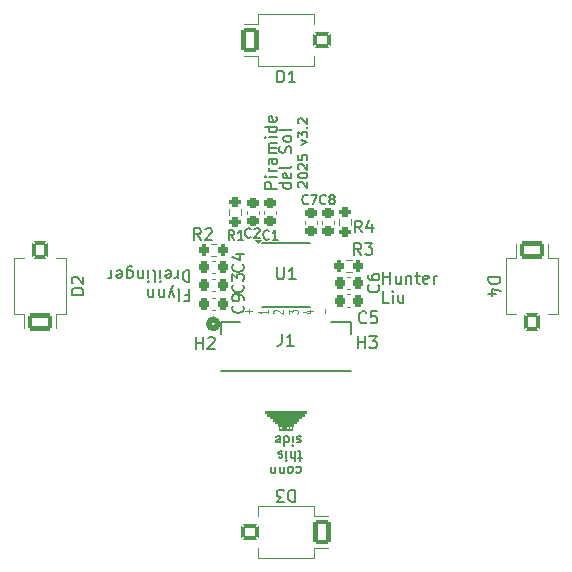
<source format=gbr>
%TF.GenerationSoftware,KiCad,Pcbnew,9.0.1*%
%TF.CreationDate,2025-04-07T22:57:10-07:00*%
%TF.ProjectId,Piramide_Del_Sol,50697261-6d69-4646-955f-44656c5f536f,3.2*%
%TF.SameCoordinates,Original*%
%TF.FileFunction,Legend,Top*%
%TF.FilePolarity,Positive*%
%FSLAX46Y46*%
G04 Gerber Fmt 4.6, Leading zero omitted, Abs format (unit mm)*
G04 Created by KiCad (PCBNEW 9.0.1) date 2025-04-07 22:57:10*
%MOMM*%
%LPD*%
G01*
G04 APERTURE LIST*
G04 Aperture macros list*
%AMRoundRect*
0 Rectangle with rounded corners*
0 $1 Rounding radius*
0 $2 $3 $4 $5 $6 $7 $8 $9 X,Y pos of 4 corners*
0 Add a 4 corners polygon primitive as box body*
4,1,4,$2,$3,$4,$5,$6,$7,$8,$9,$2,$3,0*
0 Add four circle primitives for the rounded corners*
1,1,$1+$1,$2,$3*
1,1,$1+$1,$4,$5*
1,1,$1+$1,$6,$7*
1,1,$1+$1,$8,$9*
0 Add four rect primitives between the rounded corners*
20,1,$1+$1,$2,$3,$4,$5,0*
20,1,$1+$1,$4,$5,$6,$7,0*
20,1,$1+$1,$6,$7,$8,$9,0*
20,1,$1+$1,$8,$9,$2,$3,0*%
G04 Aperture macros list end*
%ADD10C,0.150000*%
%ADD11C,0.125000*%
%ADD12C,0.120000*%
%ADD13C,0.000000*%
%ADD14C,0.152400*%
%ADD15C,0.508000*%
%ADD16RoundRect,0.187500X0.862500X-0.562500X0.862500X0.562500X-0.862500X0.562500X-0.862500X-0.562500X0*%
%ADD17RoundRect,0.162500X0.487500X-0.587500X0.487500X0.587500X-0.487500X0.587500X-0.487500X-0.587500X0*%
%ADD18RoundRect,0.175000X0.825000X-0.525000X0.825000X0.525000X-0.825000X0.525000X-0.825000X-0.525000X0*%
%ADD19RoundRect,0.150000X0.450000X-0.550000X0.450000X0.550000X-0.450000X0.550000X-0.450000X-0.550000X0*%
%ADD20RoundRect,0.187500X0.562500X0.862500X-0.562500X0.862500X-0.562500X-0.862500X0.562500X-0.862500X0*%
%ADD21RoundRect,0.162500X0.587500X0.487500X-0.587500X0.487500X-0.587500X-0.487500X0.587500X-0.487500X0*%
%ADD22RoundRect,0.175000X0.525000X0.825000X-0.525000X0.825000X-0.525000X-0.825000X0.525000X-0.825000X0*%
%ADD23RoundRect,0.150000X0.550000X0.450000X-0.550000X0.450000X-0.550000X-0.450000X0.550000X-0.450000X0*%
%ADD24RoundRect,0.225000X0.225000X0.250000X-0.225000X0.250000X-0.225000X-0.250000X0.225000X-0.250000X0*%
%ADD25RoundRect,0.225000X-0.250000X0.225000X-0.250000X-0.225000X0.250000X-0.225000X0.250000X0.225000X0*%
%ADD26RoundRect,0.187500X-0.862500X0.562500X-0.862500X-0.562500X0.862500X-0.562500X0.862500X0.562500X0*%
%ADD27RoundRect,0.162500X-0.487500X0.587500X-0.487500X-0.587500X0.487500X-0.587500X0.487500X0.587500X0*%
%ADD28RoundRect,0.175000X-0.825000X0.525000X-0.825000X-0.525000X0.825000X-0.525000X0.825000X0.525000X0*%
%ADD29RoundRect,0.150000X-0.450000X0.550000X-0.450000X-0.550000X0.450000X-0.550000X0.450000X0.550000X0*%
%ADD30RoundRect,0.200000X-0.200000X-0.275000X0.200000X-0.275000X0.200000X0.275000X-0.200000X0.275000X0*%
%ADD31RoundRect,0.225000X-0.225000X-0.250000X0.225000X-0.250000X0.225000X0.250000X-0.225000X0.250000X0*%
%ADD32RoundRect,0.200000X-0.275000X0.200000X-0.275000X-0.200000X0.275000X-0.200000X0.275000X0.200000X0*%
%ADD33R,0.838200X1.295400*%
%ADD34R,1.397000X2.260600*%
%ADD35RoundRect,0.200000X0.200000X0.275000X-0.200000X0.275000X-0.200000X-0.275000X0.200000X-0.275000X0*%
%ADD36C,2.200000*%
%ADD37R,1.200000X0.400000*%
%ADD38RoundRect,0.187500X-0.562500X-0.862500X0.562500X-0.862500X0.562500X0.862500X-0.562500X0.862500X0*%
%ADD39RoundRect,0.162500X-0.587500X-0.487500X0.587500X-0.487500X0.587500X0.487500X-0.587500X0.487500X0*%
%ADD40RoundRect,0.175000X-0.525000X-0.825000X0.525000X-0.825000X0.525000X0.825000X-0.525000X0.825000X0*%
%ADD41RoundRect,0.150000X-0.550000X-0.450000X0.550000X-0.450000X0.550000X0.450000X-0.550000X0.450000X0*%
G04 APERTURE END LIST*
D10*
X146226779Y-97789875D02*
X146226779Y-96789875D01*
X146226779Y-97266065D02*
X146798207Y-97266065D01*
X146798207Y-97789875D02*
X146798207Y-96789875D01*
X147702969Y-97123208D02*
X147702969Y-97789875D01*
X147274398Y-97123208D02*
X147274398Y-97647017D01*
X147274398Y-97647017D02*
X147322017Y-97742256D01*
X147322017Y-97742256D02*
X147417255Y-97789875D01*
X147417255Y-97789875D02*
X147560112Y-97789875D01*
X147560112Y-97789875D02*
X147655350Y-97742256D01*
X147655350Y-97742256D02*
X147702969Y-97694636D01*
X148179160Y-97123208D02*
X148179160Y-97789875D01*
X148179160Y-97218446D02*
X148226779Y-97170827D01*
X148226779Y-97170827D02*
X148322017Y-97123208D01*
X148322017Y-97123208D02*
X148464874Y-97123208D01*
X148464874Y-97123208D02*
X148560112Y-97170827D01*
X148560112Y-97170827D02*
X148607731Y-97266065D01*
X148607731Y-97266065D02*
X148607731Y-97789875D01*
X148941065Y-97123208D02*
X149322017Y-97123208D01*
X149083922Y-96789875D02*
X149083922Y-97647017D01*
X149083922Y-97647017D02*
X149131541Y-97742256D01*
X149131541Y-97742256D02*
X149226779Y-97789875D01*
X149226779Y-97789875D02*
X149322017Y-97789875D01*
X150036303Y-97742256D02*
X149941065Y-97789875D01*
X149941065Y-97789875D02*
X149750589Y-97789875D01*
X149750589Y-97789875D02*
X149655351Y-97742256D01*
X149655351Y-97742256D02*
X149607732Y-97647017D01*
X149607732Y-97647017D02*
X149607732Y-97266065D01*
X149607732Y-97266065D02*
X149655351Y-97170827D01*
X149655351Y-97170827D02*
X149750589Y-97123208D01*
X149750589Y-97123208D02*
X149941065Y-97123208D01*
X149941065Y-97123208D02*
X150036303Y-97170827D01*
X150036303Y-97170827D02*
X150083922Y-97266065D01*
X150083922Y-97266065D02*
X150083922Y-97361303D01*
X150083922Y-97361303D02*
X149607732Y-97456541D01*
X150512494Y-97789875D02*
X150512494Y-97123208D01*
X150512494Y-97313684D02*
X150560113Y-97218446D01*
X150560113Y-97218446D02*
X150607732Y-97170827D01*
X150607732Y-97170827D02*
X150702970Y-97123208D01*
X150702970Y-97123208D02*
X150798208Y-97123208D01*
X146702969Y-99399819D02*
X146226779Y-99399819D01*
X146226779Y-99399819D02*
X146226779Y-98399819D01*
X147036303Y-99399819D02*
X147036303Y-98733152D01*
X147036303Y-98399819D02*
X146988684Y-98447438D01*
X146988684Y-98447438D02*
X147036303Y-98495057D01*
X147036303Y-98495057D02*
X147083922Y-98447438D01*
X147083922Y-98447438D02*
X147036303Y-98399819D01*
X147036303Y-98399819D02*
X147036303Y-98495057D01*
X147941064Y-98733152D02*
X147941064Y-99399819D01*
X147512493Y-98733152D02*
X147512493Y-99256961D01*
X147512493Y-99256961D02*
X147560112Y-99352200D01*
X147560112Y-99352200D02*
X147655350Y-99399819D01*
X147655350Y-99399819D02*
X147798207Y-99399819D01*
X147798207Y-99399819D02*
X147893445Y-99352200D01*
X147893445Y-99352200D02*
X147941064Y-99304580D01*
X138867982Y-113319710D02*
X138944173Y-113281614D01*
X138944173Y-113281614D02*
X139096554Y-113281614D01*
X139096554Y-113281614D02*
X139172744Y-113319710D01*
X139172744Y-113319710D02*
X139210839Y-113357805D01*
X139210839Y-113357805D02*
X139248935Y-113433995D01*
X139248935Y-113433995D02*
X139248935Y-113662567D01*
X139248935Y-113662567D02*
X139210839Y-113738757D01*
X139210839Y-113738757D02*
X139172744Y-113776852D01*
X139172744Y-113776852D02*
X139096554Y-113814948D01*
X139096554Y-113814948D02*
X138944173Y-113814948D01*
X138944173Y-113814948D02*
X138867982Y-113776852D01*
X138410840Y-113281614D02*
X138487030Y-113319710D01*
X138487030Y-113319710D02*
X138525125Y-113357805D01*
X138525125Y-113357805D02*
X138563221Y-113433995D01*
X138563221Y-113433995D02*
X138563221Y-113662567D01*
X138563221Y-113662567D02*
X138525125Y-113738757D01*
X138525125Y-113738757D02*
X138487030Y-113776852D01*
X138487030Y-113776852D02*
X138410840Y-113814948D01*
X138410840Y-113814948D02*
X138296554Y-113814948D01*
X138296554Y-113814948D02*
X138220363Y-113776852D01*
X138220363Y-113776852D02*
X138182268Y-113738757D01*
X138182268Y-113738757D02*
X138144173Y-113662567D01*
X138144173Y-113662567D02*
X138144173Y-113433995D01*
X138144173Y-113433995D02*
X138182268Y-113357805D01*
X138182268Y-113357805D02*
X138220363Y-113319710D01*
X138220363Y-113319710D02*
X138296554Y-113281614D01*
X138296554Y-113281614D02*
X138410840Y-113281614D01*
X137801315Y-113814948D02*
X137801315Y-113281614D01*
X137801315Y-113738757D02*
X137763220Y-113776852D01*
X137763220Y-113776852D02*
X137687030Y-113814948D01*
X137687030Y-113814948D02*
X137572744Y-113814948D01*
X137572744Y-113814948D02*
X137496553Y-113776852D01*
X137496553Y-113776852D02*
X137458458Y-113700662D01*
X137458458Y-113700662D02*
X137458458Y-113281614D01*
X137077505Y-113814948D02*
X137077505Y-113281614D01*
X137077505Y-113738757D02*
X137039410Y-113776852D01*
X137039410Y-113776852D02*
X136963220Y-113814948D01*
X136963220Y-113814948D02*
X136848934Y-113814948D01*
X136848934Y-113814948D02*
X136772743Y-113776852D01*
X136772743Y-113776852D02*
X136734648Y-113700662D01*
X136734648Y-113700662D02*
X136734648Y-113281614D01*
X139325125Y-112526993D02*
X139020363Y-112526993D01*
X139210839Y-112793659D02*
X139210839Y-112107945D01*
X139210839Y-112107945D02*
X139172744Y-112031755D01*
X139172744Y-112031755D02*
X139096554Y-111993659D01*
X139096554Y-111993659D02*
X139020363Y-111993659D01*
X138753696Y-111993659D02*
X138753696Y-112793659D01*
X138410839Y-111993659D02*
X138410839Y-112412707D01*
X138410839Y-112412707D02*
X138448934Y-112488897D01*
X138448934Y-112488897D02*
X138525125Y-112526993D01*
X138525125Y-112526993D02*
X138639411Y-112526993D01*
X138639411Y-112526993D02*
X138715601Y-112488897D01*
X138715601Y-112488897D02*
X138753696Y-112450802D01*
X138029886Y-111993659D02*
X138029886Y-112526993D01*
X138029886Y-112793659D02*
X138067982Y-112755564D01*
X138067982Y-112755564D02*
X138029886Y-112717469D01*
X138029886Y-112717469D02*
X137991791Y-112755564D01*
X137991791Y-112755564D02*
X138029886Y-112793659D01*
X138029886Y-112793659D02*
X138029886Y-112717469D01*
X137687030Y-112031755D02*
X137610839Y-111993659D01*
X137610839Y-111993659D02*
X137458458Y-111993659D01*
X137458458Y-111993659D02*
X137382268Y-112031755D01*
X137382268Y-112031755D02*
X137344172Y-112107945D01*
X137344172Y-112107945D02*
X137344172Y-112146040D01*
X137344172Y-112146040D02*
X137382268Y-112222231D01*
X137382268Y-112222231D02*
X137458458Y-112260326D01*
X137458458Y-112260326D02*
X137572744Y-112260326D01*
X137572744Y-112260326D02*
X137648934Y-112298421D01*
X137648934Y-112298421D02*
X137687030Y-112374612D01*
X137687030Y-112374612D02*
X137687030Y-112412707D01*
X137687030Y-112412707D02*
X137648934Y-112488897D01*
X137648934Y-112488897D02*
X137572744Y-112526993D01*
X137572744Y-112526993D02*
X137458458Y-112526993D01*
X137458458Y-112526993D02*
X137382268Y-112488897D01*
X139248935Y-110743800D02*
X139172744Y-110705704D01*
X139172744Y-110705704D02*
X139020363Y-110705704D01*
X139020363Y-110705704D02*
X138944173Y-110743800D01*
X138944173Y-110743800D02*
X138906077Y-110819990D01*
X138906077Y-110819990D02*
X138906077Y-110858085D01*
X138906077Y-110858085D02*
X138944173Y-110934276D01*
X138944173Y-110934276D02*
X139020363Y-110972371D01*
X139020363Y-110972371D02*
X139134649Y-110972371D01*
X139134649Y-110972371D02*
X139210839Y-111010466D01*
X139210839Y-111010466D02*
X139248935Y-111086657D01*
X139248935Y-111086657D02*
X139248935Y-111124752D01*
X139248935Y-111124752D02*
X139210839Y-111200942D01*
X139210839Y-111200942D02*
X139134649Y-111239038D01*
X139134649Y-111239038D02*
X139020363Y-111239038D01*
X139020363Y-111239038D02*
X138944173Y-111200942D01*
X138563220Y-110705704D02*
X138563220Y-111239038D01*
X138563220Y-111505704D02*
X138601316Y-111467609D01*
X138601316Y-111467609D02*
X138563220Y-111429514D01*
X138563220Y-111429514D02*
X138525125Y-111467609D01*
X138525125Y-111467609D02*
X138563220Y-111505704D01*
X138563220Y-111505704D02*
X138563220Y-111429514D01*
X137839411Y-110705704D02*
X137839411Y-111505704D01*
X137839411Y-110743800D02*
X137915602Y-110705704D01*
X137915602Y-110705704D02*
X138067983Y-110705704D01*
X138067983Y-110705704D02*
X138144173Y-110743800D01*
X138144173Y-110743800D02*
X138182268Y-110781895D01*
X138182268Y-110781895D02*
X138220364Y-110858085D01*
X138220364Y-110858085D02*
X138220364Y-111086657D01*
X138220364Y-111086657D02*
X138182268Y-111162847D01*
X138182268Y-111162847D02*
X138144173Y-111200942D01*
X138144173Y-111200942D02*
X138067983Y-111239038D01*
X138067983Y-111239038D02*
X137915602Y-111239038D01*
X137915602Y-111239038D02*
X137839411Y-111200942D01*
X137153696Y-110743800D02*
X137229887Y-110705704D01*
X137229887Y-110705704D02*
X137382268Y-110705704D01*
X137382268Y-110705704D02*
X137458458Y-110743800D01*
X137458458Y-110743800D02*
X137496554Y-110819990D01*
X137496554Y-110819990D02*
X137496554Y-111124752D01*
X137496554Y-111124752D02*
X137458458Y-111200942D01*
X137458458Y-111200942D02*
X137382268Y-111239038D01*
X137382268Y-111239038D02*
X137229887Y-111239038D01*
X137229887Y-111239038D02*
X137153696Y-111200942D01*
X137153696Y-111200942D02*
X137115601Y-111124752D01*
X137115601Y-111124752D02*
X137115601Y-111048561D01*
X137115601Y-111048561D02*
X137496554Y-110972371D01*
X138449819Y-89304649D02*
X137449819Y-89304649D01*
X138402200Y-89304649D02*
X138449819Y-89399887D01*
X138449819Y-89399887D02*
X138449819Y-89590363D01*
X138449819Y-89590363D02*
X138402200Y-89685601D01*
X138402200Y-89685601D02*
X138354580Y-89733220D01*
X138354580Y-89733220D02*
X138259342Y-89780839D01*
X138259342Y-89780839D02*
X137973628Y-89780839D01*
X137973628Y-89780839D02*
X137878390Y-89733220D01*
X137878390Y-89733220D02*
X137830771Y-89685601D01*
X137830771Y-89685601D02*
X137783152Y-89590363D01*
X137783152Y-89590363D02*
X137783152Y-89399887D01*
X137783152Y-89399887D02*
X137830771Y-89304649D01*
X138402200Y-88447506D02*
X138449819Y-88542744D01*
X138449819Y-88542744D02*
X138449819Y-88733220D01*
X138449819Y-88733220D02*
X138402200Y-88828458D01*
X138402200Y-88828458D02*
X138306961Y-88876077D01*
X138306961Y-88876077D02*
X137926009Y-88876077D01*
X137926009Y-88876077D02*
X137830771Y-88828458D01*
X137830771Y-88828458D02*
X137783152Y-88733220D01*
X137783152Y-88733220D02*
X137783152Y-88542744D01*
X137783152Y-88542744D02*
X137830771Y-88447506D01*
X137830771Y-88447506D02*
X137926009Y-88399887D01*
X137926009Y-88399887D02*
X138021247Y-88399887D01*
X138021247Y-88399887D02*
X138116485Y-88876077D01*
X138449819Y-87828458D02*
X138402200Y-87923696D01*
X138402200Y-87923696D02*
X138306961Y-87971315D01*
X138306961Y-87971315D02*
X137449819Y-87971315D01*
X138402200Y-86733219D02*
X138449819Y-86590362D01*
X138449819Y-86590362D02*
X138449819Y-86352267D01*
X138449819Y-86352267D02*
X138402200Y-86257029D01*
X138402200Y-86257029D02*
X138354580Y-86209410D01*
X138354580Y-86209410D02*
X138259342Y-86161791D01*
X138259342Y-86161791D02*
X138164104Y-86161791D01*
X138164104Y-86161791D02*
X138068866Y-86209410D01*
X138068866Y-86209410D02*
X138021247Y-86257029D01*
X138021247Y-86257029D02*
X137973628Y-86352267D01*
X137973628Y-86352267D02*
X137926009Y-86542743D01*
X137926009Y-86542743D02*
X137878390Y-86637981D01*
X137878390Y-86637981D02*
X137830771Y-86685600D01*
X137830771Y-86685600D02*
X137735533Y-86733219D01*
X137735533Y-86733219D02*
X137640295Y-86733219D01*
X137640295Y-86733219D02*
X137545057Y-86685600D01*
X137545057Y-86685600D02*
X137497438Y-86637981D01*
X137497438Y-86637981D02*
X137449819Y-86542743D01*
X137449819Y-86542743D02*
X137449819Y-86304648D01*
X137449819Y-86304648D02*
X137497438Y-86161791D01*
X138449819Y-85590362D02*
X138402200Y-85685600D01*
X138402200Y-85685600D02*
X138354580Y-85733219D01*
X138354580Y-85733219D02*
X138259342Y-85780838D01*
X138259342Y-85780838D02*
X137973628Y-85780838D01*
X137973628Y-85780838D02*
X137878390Y-85733219D01*
X137878390Y-85733219D02*
X137830771Y-85685600D01*
X137830771Y-85685600D02*
X137783152Y-85590362D01*
X137783152Y-85590362D02*
X137783152Y-85447505D01*
X137783152Y-85447505D02*
X137830771Y-85352267D01*
X137830771Y-85352267D02*
X137878390Y-85304648D01*
X137878390Y-85304648D02*
X137973628Y-85257029D01*
X137973628Y-85257029D02*
X138259342Y-85257029D01*
X138259342Y-85257029D02*
X138354580Y-85304648D01*
X138354580Y-85304648D02*
X138402200Y-85352267D01*
X138402200Y-85352267D02*
X138449819Y-85447505D01*
X138449819Y-85447505D02*
X138449819Y-85590362D01*
X138449819Y-84685600D02*
X138402200Y-84780838D01*
X138402200Y-84780838D02*
X138306961Y-84828457D01*
X138306961Y-84828457D02*
X137449819Y-84828457D01*
D11*
X134851058Y-100298716D02*
X134851058Y-99917764D01*
X135155820Y-100108240D02*
X134546296Y-100108240D01*
X136443775Y-100036811D02*
X136443775Y-100322525D01*
X136443775Y-100179668D02*
X135643775Y-100179668D01*
X135643775Y-100179668D02*
X135758060Y-100227287D01*
X135758060Y-100227287D02*
X135834251Y-100274906D01*
X135834251Y-100274906D02*
X135872346Y-100322525D01*
X137007920Y-100322525D02*
X136969825Y-100298716D01*
X136969825Y-100298716D02*
X136931730Y-100251097D01*
X136931730Y-100251097D02*
X136931730Y-100132049D01*
X136931730Y-100132049D02*
X136969825Y-100084430D01*
X136969825Y-100084430D02*
X137007920Y-100060621D01*
X137007920Y-100060621D02*
X137084111Y-100036811D01*
X137084111Y-100036811D02*
X137160301Y-100036811D01*
X137160301Y-100036811D02*
X137274587Y-100060621D01*
X137274587Y-100060621D02*
X137731730Y-100346335D01*
X137731730Y-100346335D02*
X137731730Y-100036811D01*
X138219685Y-100346335D02*
X138219685Y-100036811D01*
X138219685Y-100036811D02*
X138524447Y-100203478D01*
X138524447Y-100203478D02*
X138524447Y-100132049D01*
X138524447Y-100132049D02*
X138562542Y-100084430D01*
X138562542Y-100084430D02*
X138600637Y-100060621D01*
X138600637Y-100060621D02*
X138676828Y-100036811D01*
X138676828Y-100036811D02*
X138867304Y-100036811D01*
X138867304Y-100036811D02*
X138943494Y-100060621D01*
X138943494Y-100060621D02*
X138981590Y-100084430D01*
X138981590Y-100084430D02*
X139019685Y-100132049D01*
X139019685Y-100132049D02*
X139019685Y-100274906D01*
X139019685Y-100274906D02*
X138981590Y-100322525D01*
X138981590Y-100322525D02*
X138943494Y-100346335D01*
X139774306Y-100084430D02*
X140307640Y-100084430D01*
X139469545Y-100203478D02*
X140040973Y-100322525D01*
X140040973Y-100322525D02*
X140040973Y-100013002D01*
X141290833Y-100298716D02*
X141290833Y-99917764D01*
D10*
X139090485Y-89648935D02*
X139052390Y-89610839D01*
X139052390Y-89610839D02*
X139014295Y-89534649D01*
X139014295Y-89534649D02*
X139014295Y-89344173D01*
X139014295Y-89344173D02*
X139052390Y-89267982D01*
X139052390Y-89267982D02*
X139090485Y-89229887D01*
X139090485Y-89229887D02*
X139166676Y-89191792D01*
X139166676Y-89191792D02*
X139242866Y-89191792D01*
X139242866Y-89191792D02*
X139357152Y-89229887D01*
X139357152Y-89229887D02*
X139814295Y-89687030D01*
X139814295Y-89687030D02*
X139814295Y-89191792D01*
X139014295Y-88696553D02*
X139014295Y-88620363D01*
X139014295Y-88620363D02*
X139052390Y-88544172D01*
X139052390Y-88544172D02*
X139090485Y-88506077D01*
X139090485Y-88506077D02*
X139166676Y-88467982D01*
X139166676Y-88467982D02*
X139319057Y-88429887D01*
X139319057Y-88429887D02*
X139509533Y-88429887D01*
X139509533Y-88429887D02*
X139661914Y-88467982D01*
X139661914Y-88467982D02*
X139738104Y-88506077D01*
X139738104Y-88506077D02*
X139776200Y-88544172D01*
X139776200Y-88544172D02*
X139814295Y-88620363D01*
X139814295Y-88620363D02*
X139814295Y-88696553D01*
X139814295Y-88696553D02*
X139776200Y-88772744D01*
X139776200Y-88772744D02*
X139738104Y-88810839D01*
X139738104Y-88810839D02*
X139661914Y-88848934D01*
X139661914Y-88848934D02*
X139509533Y-88887030D01*
X139509533Y-88887030D02*
X139319057Y-88887030D01*
X139319057Y-88887030D02*
X139166676Y-88848934D01*
X139166676Y-88848934D02*
X139090485Y-88810839D01*
X139090485Y-88810839D02*
X139052390Y-88772744D01*
X139052390Y-88772744D02*
X139014295Y-88696553D01*
X139090485Y-88125125D02*
X139052390Y-88087029D01*
X139052390Y-88087029D02*
X139014295Y-88010839D01*
X139014295Y-88010839D02*
X139014295Y-87820363D01*
X139014295Y-87820363D02*
X139052390Y-87744172D01*
X139052390Y-87744172D02*
X139090485Y-87706077D01*
X139090485Y-87706077D02*
X139166676Y-87667982D01*
X139166676Y-87667982D02*
X139242866Y-87667982D01*
X139242866Y-87667982D02*
X139357152Y-87706077D01*
X139357152Y-87706077D02*
X139814295Y-88163220D01*
X139814295Y-88163220D02*
X139814295Y-87667982D01*
X139014295Y-86944172D02*
X139014295Y-87325124D01*
X139014295Y-87325124D02*
X139395247Y-87363220D01*
X139395247Y-87363220D02*
X139357152Y-87325124D01*
X139357152Y-87325124D02*
X139319057Y-87248934D01*
X139319057Y-87248934D02*
X139319057Y-87058458D01*
X139319057Y-87058458D02*
X139357152Y-86982267D01*
X139357152Y-86982267D02*
X139395247Y-86944172D01*
X139395247Y-86944172D02*
X139471438Y-86906077D01*
X139471438Y-86906077D02*
X139661914Y-86906077D01*
X139661914Y-86906077D02*
X139738104Y-86944172D01*
X139738104Y-86944172D02*
X139776200Y-86982267D01*
X139776200Y-86982267D02*
X139814295Y-87058458D01*
X139814295Y-87058458D02*
X139814295Y-87248934D01*
X139814295Y-87248934D02*
X139776200Y-87325124D01*
X139776200Y-87325124D02*
X139738104Y-87363220D01*
X139280961Y-86029886D02*
X139814295Y-85839410D01*
X139814295Y-85839410D02*
X139280961Y-85648933D01*
X139014295Y-85420362D02*
X139014295Y-84925124D01*
X139014295Y-84925124D02*
X139319057Y-85191790D01*
X139319057Y-85191790D02*
X139319057Y-85077505D01*
X139319057Y-85077505D02*
X139357152Y-85001314D01*
X139357152Y-85001314D02*
X139395247Y-84963219D01*
X139395247Y-84963219D02*
X139471438Y-84925124D01*
X139471438Y-84925124D02*
X139661914Y-84925124D01*
X139661914Y-84925124D02*
X139738104Y-84963219D01*
X139738104Y-84963219D02*
X139776200Y-85001314D01*
X139776200Y-85001314D02*
X139814295Y-85077505D01*
X139814295Y-85077505D02*
X139814295Y-85306076D01*
X139814295Y-85306076D02*
X139776200Y-85382267D01*
X139776200Y-85382267D02*
X139738104Y-85420362D01*
X139738104Y-84582266D02*
X139776200Y-84544171D01*
X139776200Y-84544171D02*
X139814295Y-84582266D01*
X139814295Y-84582266D02*
X139776200Y-84620362D01*
X139776200Y-84620362D02*
X139738104Y-84582266D01*
X139738104Y-84582266D02*
X139814295Y-84582266D01*
X139090485Y-84239410D02*
X139052390Y-84201314D01*
X139052390Y-84201314D02*
X139014295Y-84125124D01*
X139014295Y-84125124D02*
X139014295Y-83934648D01*
X139014295Y-83934648D02*
X139052390Y-83858457D01*
X139052390Y-83858457D02*
X139090485Y-83820362D01*
X139090485Y-83820362D02*
X139166676Y-83782267D01*
X139166676Y-83782267D02*
X139242866Y-83782267D01*
X139242866Y-83782267D02*
X139357152Y-83820362D01*
X139357152Y-83820362D02*
X139814295Y-84277505D01*
X139814295Y-84277505D02*
X139814295Y-83782267D01*
X137209819Y-89753220D02*
X136209819Y-89753220D01*
X136209819Y-89753220D02*
X136209819Y-89372268D01*
X136209819Y-89372268D02*
X136257438Y-89277030D01*
X136257438Y-89277030D02*
X136305057Y-89229411D01*
X136305057Y-89229411D02*
X136400295Y-89181792D01*
X136400295Y-89181792D02*
X136543152Y-89181792D01*
X136543152Y-89181792D02*
X136638390Y-89229411D01*
X136638390Y-89229411D02*
X136686009Y-89277030D01*
X136686009Y-89277030D02*
X136733628Y-89372268D01*
X136733628Y-89372268D02*
X136733628Y-89753220D01*
X137209819Y-88753220D02*
X136543152Y-88753220D01*
X136209819Y-88753220D02*
X136257438Y-88800839D01*
X136257438Y-88800839D02*
X136305057Y-88753220D01*
X136305057Y-88753220D02*
X136257438Y-88705601D01*
X136257438Y-88705601D02*
X136209819Y-88753220D01*
X136209819Y-88753220D02*
X136305057Y-88753220D01*
X137209819Y-88277030D02*
X136543152Y-88277030D01*
X136733628Y-88277030D02*
X136638390Y-88229411D01*
X136638390Y-88229411D02*
X136590771Y-88181792D01*
X136590771Y-88181792D02*
X136543152Y-88086554D01*
X136543152Y-88086554D02*
X136543152Y-87991316D01*
X137209819Y-87229411D02*
X136686009Y-87229411D01*
X136686009Y-87229411D02*
X136590771Y-87277030D01*
X136590771Y-87277030D02*
X136543152Y-87372268D01*
X136543152Y-87372268D02*
X136543152Y-87562744D01*
X136543152Y-87562744D02*
X136590771Y-87657982D01*
X137162200Y-87229411D02*
X137209819Y-87324649D01*
X137209819Y-87324649D02*
X137209819Y-87562744D01*
X137209819Y-87562744D02*
X137162200Y-87657982D01*
X137162200Y-87657982D02*
X137066961Y-87705601D01*
X137066961Y-87705601D02*
X136971723Y-87705601D01*
X136971723Y-87705601D02*
X136876485Y-87657982D01*
X136876485Y-87657982D02*
X136828866Y-87562744D01*
X136828866Y-87562744D02*
X136828866Y-87324649D01*
X136828866Y-87324649D02*
X136781247Y-87229411D01*
X137209819Y-86753220D02*
X136543152Y-86753220D01*
X136638390Y-86753220D02*
X136590771Y-86705601D01*
X136590771Y-86705601D02*
X136543152Y-86610363D01*
X136543152Y-86610363D02*
X136543152Y-86467506D01*
X136543152Y-86467506D02*
X136590771Y-86372268D01*
X136590771Y-86372268D02*
X136686009Y-86324649D01*
X136686009Y-86324649D02*
X137209819Y-86324649D01*
X136686009Y-86324649D02*
X136590771Y-86277030D01*
X136590771Y-86277030D02*
X136543152Y-86181792D01*
X136543152Y-86181792D02*
X136543152Y-86038935D01*
X136543152Y-86038935D02*
X136590771Y-85943696D01*
X136590771Y-85943696D02*
X136686009Y-85896077D01*
X136686009Y-85896077D02*
X137209819Y-85896077D01*
X137209819Y-85419887D02*
X136543152Y-85419887D01*
X136209819Y-85419887D02*
X136257438Y-85467506D01*
X136257438Y-85467506D02*
X136305057Y-85419887D01*
X136305057Y-85419887D02*
X136257438Y-85372268D01*
X136257438Y-85372268D02*
X136209819Y-85419887D01*
X136209819Y-85419887D02*
X136305057Y-85419887D01*
X137209819Y-84515126D02*
X136209819Y-84515126D01*
X137162200Y-84515126D02*
X137209819Y-84610364D01*
X137209819Y-84610364D02*
X137209819Y-84800840D01*
X137209819Y-84800840D02*
X137162200Y-84896078D01*
X137162200Y-84896078D02*
X137114580Y-84943697D01*
X137114580Y-84943697D02*
X137019342Y-84991316D01*
X137019342Y-84991316D02*
X136733628Y-84991316D01*
X136733628Y-84991316D02*
X136638390Y-84943697D01*
X136638390Y-84943697D02*
X136590771Y-84896078D01*
X136590771Y-84896078D02*
X136543152Y-84800840D01*
X136543152Y-84800840D02*
X136543152Y-84610364D01*
X136543152Y-84610364D02*
X136590771Y-84515126D01*
X137162200Y-83657983D02*
X137209819Y-83753221D01*
X137209819Y-83753221D02*
X137209819Y-83943697D01*
X137209819Y-83943697D02*
X137162200Y-84038935D01*
X137162200Y-84038935D02*
X137066961Y-84086554D01*
X137066961Y-84086554D02*
X136686009Y-84086554D01*
X136686009Y-84086554D02*
X136590771Y-84038935D01*
X136590771Y-84038935D02*
X136543152Y-83943697D01*
X136543152Y-83943697D02*
X136543152Y-83753221D01*
X136543152Y-83753221D02*
X136590771Y-83657983D01*
X136590771Y-83657983D02*
X136686009Y-83610364D01*
X136686009Y-83610364D02*
X136781247Y-83610364D01*
X136781247Y-83610364D02*
X136876485Y-84086554D01*
X129489887Y-98793934D02*
X129823220Y-98793934D01*
X129823220Y-98270124D02*
X129823220Y-99270124D01*
X129823220Y-99270124D02*
X129347030Y-99270124D01*
X128823220Y-98270124D02*
X128918458Y-98317744D01*
X128918458Y-98317744D02*
X128966077Y-98412982D01*
X128966077Y-98412982D02*
X128966077Y-99270124D01*
X128537505Y-98936791D02*
X128299410Y-98270124D01*
X128061315Y-98936791D02*
X128299410Y-98270124D01*
X128299410Y-98270124D02*
X128394648Y-98032029D01*
X128394648Y-98032029D02*
X128442267Y-97984410D01*
X128442267Y-97984410D02*
X128537505Y-97936791D01*
X127680362Y-98936791D02*
X127680362Y-98270124D01*
X127680362Y-98841553D02*
X127632743Y-98889172D01*
X127632743Y-98889172D02*
X127537505Y-98936791D01*
X127537505Y-98936791D02*
X127394648Y-98936791D01*
X127394648Y-98936791D02*
X127299410Y-98889172D01*
X127299410Y-98889172D02*
X127251791Y-98793934D01*
X127251791Y-98793934D02*
X127251791Y-98270124D01*
X126775600Y-98936791D02*
X126775600Y-98270124D01*
X126775600Y-98841553D02*
X126727981Y-98889172D01*
X126727981Y-98889172D02*
X126632743Y-98936791D01*
X126632743Y-98936791D02*
X126489886Y-98936791D01*
X126489886Y-98936791D02*
X126394648Y-98889172D01*
X126394648Y-98889172D02*
X126347029Y-98793934D01*
X126347029Y-98793934D02*
X126347029Y-98270124D01*
X129823220Y-96660180D02*
X129823220Y-97660180D01*
X129823220Y-97660180D02*
X129585125Y-97660180D01*
X129585125Y-97660180D02*
X129442268Y-97612561D01*
X129442268Y-97612561D02*
X129347030Y-97517323D01*
X129347030Y-97517323D02*
X129299411Y-97422085D01*
X129299411Y-97422085D02*
X129251792Y-97231609D01*
X129251792Y-97231609D02*
X129251792Y-97088752D01*
X129251792Y-97088752D02*
X129299411Y-96898276D01*
X129299411Y-96898276D02*
X129347030Y-96803038D01*
X129347030Y-96803038D02*
X129442268Y-96707800D01*
X129442268Y-96707800D02*
X129585125Y-96660180D01*
X129585125Y-96660180D02*
X129823220Y-96660180D01*
X128823220Y-96660180D02*
X128823220Y-97326847D01*
X128823220Y-97136371D02*
X128775601Y-97231609D01*
X128775601Y-97231609D02*
X128727982Y-97279228D01*
X128727982Y-97279228D02*
X128632744Y-97326847D01*
X128632744Y-97326847D02*
X128537506Y-97326847D01*
X127823220Y-96707800D02*
X127918458Y-96660180D01*
X127918458Y-96660180D02*
X128108934Y-96660180D01*
X128108934Y-96660180D02*
X128204172Y-96707800D01*
X128204172Y-96707800D02*
X128251791Y-96803038D01*
X128251791Y-96803038D02*
X128251791Y-97183990D01*
X128251791Y-97183990D02*
X128204172Y-97279228D01*
X128204172Y-97279228D02*
X128108934Y-97326847D01*
X128108934Y-97326847D02*
X127918458Y-97326847D01*
X127918458Y-97326847D02*
X127823220Y-97279228D01*
X127823220Y-97279228D02*
X127775601Y-97183990D01*
X127775601Y-97183990D02*
X127775601Y-97088752D01*
X127775601Y-97088752D02*
X128251791Y-96993514D01*
X127347029Y-96660180D02*
X127347029Y-97326847D01*
X127347029Y-97660180D02*
X127394648Y-97612561D01*
X127394648Y-97612561D02*
X127347029Y-97564942D01*
X127347029Y-97564942D02*
X127299410Y-97612561D01*
X127299410Y-97612561D02*
X127347029Y-97660180D01*
X127347029Y-97660180D02*
X127347029Y-97564942D01*
X126727982Y-96660180D02*
X126823220Y-96707800D01*
X126823220Y-96707800D02*
X126870839Y-96803038D01*
X126870839Y-96803038D02*
X126870839Y-97660180D01*
X126347029Y-96660180D02*
X126347029Y-97326847D01*
X126347029Y-97660180D02*
X126394648Y-97612561D01*
X126394648Y-97612561D02*
X126347029Y-97564942D01*
X126347029Y-97564942D02*
X126299410Y-97612561D01*
X126299410Y-97612561D02*
X126347029Y-97660180D01*
X126347029Y-97660180D02*
X126347029Y-97564942D01*
X125870839Y-97326847D02*
X125870839Y-96660180D01*
X125870839Y-97231609D02*
X125823220Y-97279228D01*
X125823220Y-97279228D02*
X125727982Y-97326847D01*
X125727982Y-97326847D02*
X125585125Y-97326847D01*
X125585125Y-97326847D02*
X125489887Y-97279228D01*
X125489887Y-97279228D02*
X125442268Y-97183990D01*
X125442268Y-97183990D02*
X125442268Y-96660180D01*
X124537506Y-97326847D02*
X124537506Y-96517323D01*
X124537506Y-96517323D02*
X124585125Y-96422085D01*
X124585125Y-96422085D02*
X124632744Y-96374466D01*
X124632744Y-96374466D02*
X124727982Y-96326847D01*
X124727982Y-96326847D02*
X124870839Y-96326847D01*
X124870839Y-96326847D02*
X124966077Y-96374466D01*
X124537506Y-96707800D02*
X124632744Y-96660180D01*
X124632744Y-96660180D02*
X124823220Y-96660180D01*
X124823220Y-96660180D02*
X124918458Y-96707800D01*
X124918458Y-96707800D02*
X124966077Y-96755419D01*
X124966077Y-96755419D02*
X125013696Y-96850657D01*
X125013696Y-96850657D02*
X125013696Y-97136371D01*
X125013696Y-97136371D02*
X124966077Y-97231609D01*
X124966077Y-97231609D02*
X124918458Y-97279228D01*
X124918458Y-97279228D02*
X124823220Y-97326847D01*
X124823220Y-97326847D02*
X124632744Y-97326847D01*
X124632744Y-97326847D02*
X124537506Y-97279228D01*
X123680363Y-96707800D02*
X123775601Y-96660180D01*
X123775601Y-96660180D02*
X123966077Y-96660180D01*
X123966077Y-96660180D02*
X124061315Y-96707800D01*
X124061315Y-96707800D02*
X124108934Y-96803038D01*
X124108934Y-96803038D02*
X124108934Y-97183990D01*
X124108934Y-97183990D02*
X124061315Y-97279228D01*
X124061315Y-97279228D02*
X123966077Y-97326847D01*
X123966077Y-97326847D02*
X123775601Y-97326847D01*
X123775601Y-97326847D02*
X123680363Y-97279228D01*
X123680363Y-97279228D02*
X123632744Y-97183990D01*
X123632744Y-97183990D02*
X123632744Y-97088752D01*
X123632744Y-97088752D02*
X124108934Y-96993514D01*
X123204172Y-96660180D02*
X123204172Y-97326847D01*
X123204172Y-97136371D02*
X123156553Y-97231609D01*
X123156553Y-97231609D02*
X123108934Y-97279228D01*
X123108934Y-97279228D02*
X123013696Y-97326847D01*
X123013696Y-97326847D02*
X122918458Y-97326847D01*
X155145180Y-97271905D02*
X156145180Y-97271905D01*
X156145180Y-97271905D02*
X156145180Y-97510000D01*
X156145180Y-97510000D02*
X156097561Y-97652857D01*
X156097561Y-97652857D02*
X156002323Y-97748095D01*
X156002323Y-97748095D02*
X155907085Y-97795714D01*
X155907085Y-97795714D02*
X155716609Y-97843333D01*
X155716609Y-97843333D02*
X155573752Y-97843333D01*
X155573752Y-97843333D02*
X155383276Y-97795714D01*
X155383276Y-97795714D02*
X155288038Y-97748095D01*
X155288038Y-97748095D02*
X155192800Y-97652857D01*
X155192800Y-97652857D02*
X155145180Y-97510000D01*
X155145180Y-97510000D02*
X155145180Y-97271905D01*
X155811847Y-98700476D02*
X155145180Y-98700476D01*
X156192800Y-98462381D02*
X155478514Y-98224286D01*
X155478514Y-98224286D02*
X155478514Y-98843333D01*
X137271905Y-80754819D02*
X137271905Y-79754819D01*
X137271905Y-79754819D02*
X137510000Y-79754819D01*
X137510000Y-79754819D02*
X137652857Y-79802438D01*
X137652857Y-79802438D02*
X137748095Y-79897676D01*
X137748095Y-79897676D02*
X137795714Y-79992914D01*
X137795714Y-79992914D02*
X137843333Y-80183390D01*
X137843333Y-80183390D02*
X137843333Y-80326247D01*
X137843333Y-80326247D02*
X137795714Y-80516723D01*
X137795714Y-80516723D02*
X137748095Y-80611961D01*
X137748095Y-80611961D02*
X137652857Y-80707200D01*
X137652857Y-80707200D02*
X137510000Y-80754819D01*
X137510000Y-80754819D02*
X137271905Y-80754819D01*
X138795714Y-80754819D02*
X138224286Y-80754819D01*
X138510000Y-80754819D02*
X138510000Y-79754819D01*
X138510000Y-79754819D02*
X138414762Y-79897676D01*
X138414762Y-79897676D02*
X138319524Y-79992914D01*
X138319524Y-79992914D02*
X138224286Y-80040533D01*
X144793333Y-101059580D02*
X144745714Y-101107200D01*
X144745714Y-101107200D02*
X144602857Y-101154819D01*
X144602857Y-101154819D02*
X144507619Y-101154819D01*
X144507619Y-101154819D02*
X144364762Y-101107200D01*
X144364762Y-101107200D02*
X144269524Y-101011961D01*
X144269524Y-101011961D02*
X144221905Y-100916723D01*
X144221905Y-100916723D02*
X144174286Y-100726247D01*
X144174286Y-100726247D02*
X144174286Y-100583390D01*
X144174286Y-100583390D02*
X144221905Y-100392914D01*
X144221905Y-100392914D02*
X144269524Y-100297676D01*
X144269524Y-100297676D02*
X144364762Y-100202438D01*
X144364762Y-100202438D02*
X144507619Y-100154819D01*
X144507619Y-100154819D02*
X144602857Y-100154819D01*
X144602857Y-100154819D02*
X144745714Y-100202438D01*
X144745714Y-100202438D02*
X144793333Y-100250057D01*
X145698095Y-100154819D02*
X145221905Y-100154819D01*
X145221905Y-100154819D02*
X145174286Y-100631009D01*
X145174286Y-100631009D02*
X145221905Y-100583390D01*
X145221905Y-100583390D02*
X145317143Y-100535771D01*
X145317143Y-100535771D02*
X145555238Y-100535771D01*
X145555238Y-100535771D02*
X145650476Y-100583390D01*
X145650476Y-100583390D02*
X145698095Y-100631009D01*
X145698095Y-100631009D02*
X145745714Y-100726247D01*
X145745714Y-100726247D02*
X145745714Y-100964342D01*
X145745714Y-100964342D02*
X145698095Y-101059580D01*
X145698095Y-101059580D02*
X145650476Y-101107200D01*
X145650476Y-101107200D02*
X145555238Y-101154819D01*
X145555238Y-101154819D02*
X145317143Y-101154819D01*
X145317143Y-101154819D02*
X145221905Y-101107200D01*
X145221905Y-101107200D02*
X145174286Y-101059580D01*
X139866667Y-90981104D02*
X139828571Y-91019200D01*
X139828571Y-91019200D02*
X139714286Y-91057295D01*
X139714286Y-91057295D02*
X139638095Y-91057295D01*
X139638095Y-91057295D02*
X139523809Y-91019200D01*
X139523809Y-91019200D02*
X139447619Y-90943009D01*
X139447619Y-90943009D02*
X139409524Y-90866819D01*
X139409524Y-90866819D02*
X139371428Y-90714438D01*
X139371428Y-90714438D02*
X139371428Y-90600152D01*
X139371428Y-90600152D02*
X139409524Y-90447771D01*
X139409524Y-90447771D02*
X139447619Y-90371580D01*
X139447619Y-90371580D02*
X139523809Y-90295390D01*
X139523809Y-90295390D02*
X139638095Y-90257295D01*
X139638095Y-90257295D02*
X139714286Y-90257295D01*
X139714286Y-90257295D02*
X139828571Y-90295390D01*
X139828571Y-90295390D02*
X139866667Y-90333485D01*
X140133333Y-90257295D02*
X140666667Y-90257295D01*
X140666667Y-90257295D02*
X140323809Y-91057295D01*
X120854819Y-98728094D02*
X119854819Y-98728094D01*
X119854819Y-98728094D02*
X119854819Y-98489999D01*
X119854819Y-98489999D02*
X119902438Y-98347142D01*
X119902438Y-98347142D02*
X119997676Y-98251904D01*
X119997676Y-98251904D02*
X120092914Y-98204285D01*
X120092914Y-98204285D02*
X120283390Y-98156666D01*
X120283390Y-98156666D02*
X120426247Y-98156666D01*
X120426247Y-98156666D02*
X120616723Y-98204285D01*
X120616723Y-98204285D02*
X120711961Y-98251904D01*
X120711961Y-98251904D02*
X120807200Y-98347142D01*
X120807200Y-98347142D02*
X120854819Y-98489999D01*
X120854819Y-98489999D02*
X120854819Y-98728094D01*
X119950057Y-97775713D02*
X119902438Y-97728094D01*
X119902438Y-97728094D02*
X119854819Y-97632856D01*
X119854819Y-97632856D02*
X119854819Y-97394761D01*
X119854819Y-97394761D02*
X119902438Y-97299523D01*
X119902438Y-97299523D02*
X119950057Y-97251904D01*
X119950057Y-97251904D02*
X120045295Y-97204285D01*
X120045295Y-97204285D02*
X120140533Y-97204285D01*
X120140533Y-97204285D02*
X120283390Y-97251904D01*
X120283390Y-97251904D02*
X120854819Y-97823332D01*
X120854819Y-97823332D02*
X120854819Y-97204285D01*
X130783333Y-94114819D02*
X130450000Y-93638628D01*
X130211905Y-94114819D02*
X130211905Y-93114819D01*
X130211905Y-93114819D02*
X130592857Y-93114819D01*
X130592857Y-93114819D02*
X130688095Y-93162438D01*
X130688095Y-93162438D02*
X130735714Y-93210057D01*
X130735714Y-93210057D02*
X130783333Y-93305295D01*
X130783333Y-93305295D02*
X130783333Y-93448152D01*
X130783333Y-93448152D02*
X130735714Y-93543390D01*
X130735714Y-93543390D02*
X130688095Y-93591009D01*
X130688095Y-93591009D02*
X130592857Y-93638628D01*
X130592857Y-93638628D02*
X130211905Y-93638628D01*
X131164286Y-93210057D02*
X131211905Y-93162438D01*
X131211905Y-93162438D02*
X131307143Y-93114819D01*
X131307143Y-93114819D02*
X131545238Y-93114819D01*
X131545238Y-93114819D02*
X131640476Y-93162438D01*
X131640476Y-93162438D02*
X131688095Y-93210057D01*
X131688095Y-93210057D02*
X131735714Y-93305295D01*
X131735714Y-93305295D02*
X131735714Y-93400533D01*
X131735714Y-93400533D02*
X131688095Y-93543390D01*
X131688095Y-93543390D02*
X131116667Y-94114819D01*
X131116667Y-94114819D02*
X131735714Y-94114819D01*
X134349580Y-96176666D02*
X134397200Y-96224285D01*
X134397200Y-96224285D02*
X134444819Y-96367142D01*
X134444819Y-96367142D02*
X134444819Y-96462380D01*
X134444819Y-96462380D02*
X134397200Y-96605237D01*
X134397200Y-96605237D02*
X134301961Y-96700475D01*
X134301961Y-96700475D02*
X134206723Y-96748094D01*
X134206723Y-96748094D02*
X134016247Y-96795713D01*
X134016247Y-96795713D02*
X133873390Y-96795713D01*
X133873390Y-96795713D02*
X133682914Y-96748094D01*
X133682914Y-96748094D02*
X133587676Y-96700475D01*
X133587676Y-96700475D02*
X133492438Y-96605237D01*
X133492438Y-96605237D02*
X133444819Y-96462380D01*
X133444819Y-96462380D02*
X133444819Y-96367142D01*
X133444819Y-96367142D02*
X133492438Y-96224285D01*
X133492438Y-96224285D02*
X133540057Y-96176666D01*
X133778152Y-95319523D02*
X134444819Y-95319523D01*
X133397200Y-95557618D02*
X134111485Y-95795713D01*
X134111485Y-95795713D02*
X134111485Y-95176666D01*
X144433333Y-93454819D02*
X144100000Y-92978628D01*
X143861905Y-93454819D02*
X143861905Y-92454819D01*
X143861905Y-92454819D02*
X144242857Y-92454819D01*
X144242857Y-92454819D02*
X144338095Y-92502438D01*
X144338095Y-92502438D02*
X144385714Y-92550057D01*
X144385714Y-92550057D02*
X144433333Y-92645295D01*
X144433333Y-92645295D02*
X144433333Y-92788152D01*
X144433333Y-92788152D02*
X144385714Y-92883390D01*
X144385714Y-92883390D02*
X144338095Y-92931009D01*
X144338095Y-92931009D02*
X144242857Y-92978628D01*
X144242857Y-92978628D02*
X143861905Y-92978628D01*
X145290476Y-92788152D02*
X145290476Y-93454819D01*
X145052381Y-92407200D02*
X144814286Y-93121485D01*
X144814286Y-93121485D02*
X145433333Y-93121485D01*
X141366667Y-90986104D02*
X141328571Y-91024200D01*
X141328571Y-91024200D02*
X141214286Y-91062295D01*
X141214286Y-91062295D02*
X141138095Y-91062295D01*
X141138095Y-91062295D02*
X141023809Y-91024200D01*
X141023809Y-91024200D02*
X140947619Y-90948009D01*
X140947619Y-90948009D02*
X140909524Y-90871819D01*
X140909524Y-90871819D02*
X140871428Y-90719438D01*
X140871428Y-90719438D02*
X140871428Y-90605152D01*
X140871428Y-90605152D02*
X140909524Y-90452771D01*
X140909524Y-90452771D02*
X140947619Y-90376580D01*
X140947619Y-90376580D02*
X141023809Y-90300390D01*
X141023809Y-90300390D02*
X141138095Y-90262295D01*
X141138095Y-90262295D02*
X141214286Y-90262295D01*
X141214286Y-90262295D02*
X141328571Y-90300390D01*
X141328571Y-90300390D02*
X141366667Y-90338485D01*
X141823809Y-90605152D02*
X141747619Y-90567057D01*
X141747619Y-90567057D02*
X141709524Y-90528961D01*
X141709524Y-90528961D02*
X141671428Y-90452771D01*
X141671428Y-90452771D02*
X141671428Y-90414676D01*
X141671428Y-90414676D02*
X141709524Y-90338485D01*
X141709524Y-90338485D02*
X141747619Y-90300390D01*
X141747619Y-90300390D02*
X141823809Y-90262295D01*
X141823809Y-90262295D02*
X141976190Y-90262295D01*
X141976190Y-90262295D02*
X142052381Y-90300390D01*
X142052381Y-90300390D02*
X142090476Y-90338485D01*
X142090476Y-90338485D02*
X142128571Y-90414676D01*
X142128571Y-90414676D02*
X142128571Y-90452771D01*
X142128571Y-90452771D02*
X142090476Y-90528961D01*
X142090476Y-90528961D02*
X142052381Y-90567057D01*
X142052381Y-90567057D02*
X141976190Y-90605152D01*
X141976190Y-90605152D02*
X141823809Y-90605152D01*
X141823809Y-90605152D02*
X141747619Y-90643247D01*
X141747619Y-90643247D02*
X141709524Y-90681342D01*
X141709524Y-90681342D02*
X141671428Y-90757533D01*
X141671428Y-90757533D02*
X141671428Y-90909914D01*
X141671428Y-90909914D02*
X141709524Y-90986104D01*
X141709524Y-90986104D02*
X141747619Y-91024200D01*
X141747619Y-91024200D02*
X141823809Y-91062295D01*
X141823809Y-91062295D02*
X141976190Y-91062295D01*
X141976190Y-91062295D02*
X142052381Y-91024200D01*
X142052381Y-91024200D02*
X142090476Y-90986104D01*
X142090476Y-90986104D02*
X142128571Y-90909914D01*
X142128571Y-90909914D02*
X142128571Y-90757533D01*
X142128571Y-90757533D02*
X142090476Y-90681342D01*
X142090476Y-90681342D02*
X142052381Y-90643247D01*
X142052381Y-90643247D02*
X141976190Y-90605152D01*
X137641665Y-102054819D02*
X137641665Y-102769104D01*
X137641665Y-102769104D02*
X137594046Y-102911961D01*
X137594046Y-102911961D02*
X137498808Y-103007200D01*
X137498808Y-103007200D02*
X137355951Y-103054819D01*
X137355951Y-103054819D02*
X137260713Y-103054819D01*
X138641665Y-103054819D02*
X138070237Y-103054819D01*
X138355951Y-103054819D02*
X138355951Y-102054819D01*
X138355951Y-102054819D02*
X138260713Y-102197676D01*
X138260713Y-102197676D02*
X138165475Y-102292914D01*
X138165475Y-102292914D02*
X138070237Y-102340533D01*
X144368333Y-95354819D02*
X144035000Y-94878628D01*
X143796905Y-95354819D02*
X143796905Y-94354819D01*
X143796905Y-94354819D02*
X144177857Y-94354819D01*
X144177857Y-94354819D02*
X144273095Y-94402438D01*
X144273095Y-94402438D02*
X144320714Y-94450057D01*
X144320714Y-94450057D02*
X144368333Y-94545295D01*
X144368333Y-94545295D02*
X144368333Y-94688152D01*
X144368333Y-94688152D02*
X144320714Y-94783390D01*
X144320714Y-94783390D02*
X144273095Y-94831009D01*
X144273095Y-94831009D02*
X144177857Y-94878628D01*
X144177857Y-94878628D02*
X143796905Y-94878628D01*
X144701667Y-94354819D02*
X145320714Y-94354819D01*
X145320714Y-94354819D02*
X144987381Y-94735771D01*
X144987381Y-94735771D02*
X145130238Y-94735771D01*
X145130238Y-94735771D02*
X145225476Y-94783390D01*
X145225476Y-94783390D02*
X145273095Y-94831009D01*
X145273095Y-94831009D02*
X145320714Y-94926247D01*
X145320714Y-94926247D02*
X145320714Y-95164342D01*
X145320714Y-95164342D02*
X145273095Y-95259580D01*
X145273095Y-95259580D02*
X145225476Y-95307200D01*
X145225476Y-95307200D02*
X145130238Y-95354819D01*
X145130238Y-95354819D02*
X144844524Y-95354819D01*
X144844524Y-95354819D02*
X144749286Y-95307200D01*
X144749286Y-95307200D02*
X144701667Y-95259580D01*
X145819580Y-97906666D02*
X145867200Y-97954285D01*
X145867200Y-97954285D02*
X145914819Y-98097142D01*
X145914819Y-98097142D02*
X145914819Y-98192380D01*
X145914819Y-98192380D02*
X145867200Y-98335237D01*
X145867200Y-98335237D02*
X145771961Y-98430475D01*
X145771961Y-98430475D02*
X145676723Y-98478094D01*
X145676723Y-98478094D02*
X145486247Y-98525713D01*
X145486247Y-98525713D02*
X145343390Y-98525713D01*
X145343390Y-98525713D02*
X145152914Y-98478094D01*
X145152914Y-98478094D02*
X145057676Y-98430475D01*
X145057676Y-98430475D02*
X144962438Y-98335237D01*
X144962438Y-98335237D02*
X144914819Y-98192380D01*
X144914819Y-98192380D02*
X144914819Y-98097142D01*
X144914819Y-98097142D02*
X144962438Y-97954285D01*
X144962438Y-97954285D02*
X145010057Y-97906666D01*
X144914819Y-97049523D02*
X144914819Y-97239999D01*
X144914819Y-97239999D02*
X144962438Y-97335237D01*
X144962438Y-97335237D02*
X145010057Y-97382856D01*
X145010057Y-97382856D02*
X145152914Y-97478094D01*
X145152914Y-97478094D02*
X145343390Y-97525713D01*
X145343390Y-97525713D02*
X145724342Y-97525713D01*
X145724342Y-97525713D02*
X145819580Y-97478094D01*
X145819580Y-97478094D02*
X145867200Y-97430475D01*
X145867200Y-97430475D02*
X145914819Y-97335237D01*
X145914819Y-97335237D02*
X145914819Y-97144761D01*
X145914819Y-97144761D02*
X145867200Y-97049523D01*
X145867200Y-97049523D02*
X145819580Y-97001904D01*
X145819580Y-97001904D02*
X145724342Y-96954285D01*
X145724342Y-96954285D02*
X145486247Y-96954285D01*
X145486247Y-96954285D02*
X145391009Y-97001904D01*
X145391009Y-97001904D02*
X145343390Y-97049523D01*
X145343390Y-97049523D02*
X145295771Y-97144761D01*
X145295771Y-97144761D02*
X145295771Y-97335237D01*
X145295771Y-97335237D02*
X145343390Y-97430475D01*
X145343390Y-97430475D02*
X145391009Y-97478094D01*
X145391009Y-97478094D02*
X145486247Y-97525713D01*
X133616667Y-94062295D02*
X133350000Y-93681342D01*
X133159524Y-94062295D02*
X133159524Y-93262295D01*
X133159524Y-93262295D02*
X133464286Y-93262295D01*
X133464286Y-93262295D02*
X133540476Y-93300390D01*
X133540476Y-93300390D02*
X133578571Y-93338485D01*
X133578571Y-93338485D02*
X133616667Y-93414676D01*
X133616667Y-93414676D02*
X133616667Y-93528961D01*
X133616667Y-93528961D02*
X133578571Y-93605152D01*
X133578571Y-93605152D02*
X133540476Y-93643247D01*
X133540476Y-93643247D02*
X133464286Y-93681342D01*
X133464286Y-93681342D02*
X133159524Y-93681342D01*
X134378571Y-94062295D02*
X133921428Y-94062295D01*
X134150000Y-94062295D02*
X134150000Y-93262295D01*
X134150000Y-93262295D02*
X134073809Y-93376580D01*
X134073809Y-93376580D02*
X133997619Y-93452771D01*
X133997619Y-93452771D02*
X133921428Y-93490866D01*
X136566667Y-93986104D02*
X136528571Y-94024200D01*
X136528571Y-94024200D02*
X136414286Y-94062295D01*
X136414286Y-94062295D02*
X136338095Y-94062295D01*
X136338095Y-94062295D02*
X136223809Y-94024200D01*
X136223809Y-94024200D02*
X136147619Y-93948009D01*
X136147619Y-93948009D02*
X136109524Y-93871819D01*
X136109524Y-93871819D02*
X136071428Y-93719438D01*
X136071428Y-93719438D02*
X136071428Y-93605152D01*
X136071428Y-93605152D02*
X136109524Y-93452771D01*
X136109524Y-93452771D02*
X136147619Y-93376580D01*
X136147619Y-93376580D02*
X136223809Y-93300390D01*
X136223809Y-93300390D02*
X136338095Y-93262295D01*
X136338095Y-93262295D02*
X136414286Y-93262295D01*
X136414286Y-93262295D02*
X136528571Y-93300390D01*
X136528571Y-93300390D02*
X136566667Y-93338485D01*
X137328571Y-94062295D02*
X136871428Y-94062295D01*
X137100000Y-94062295D02*
X137100000Y-93262295D01*
X137100000Y-93262295D02*
X137023809Y-93376580D01*
X137023809Y-93376580D02*
X136947619Y-93452771D01*
X136947619Y-93452771D02*
X136871428Y-93490866D01*
X134349580Y-97906666D02*
X134397200Y-97954285D01*
X134397200Y-97954285D02*
X134444819Y-98097142D01*
X134444819Y-98097142D02*
X134444819Y-98192380D01*
X134444819Y-98192380D02*
X134397200Y-98335237D01*
X134397200Y-98335237D02*
X134301961Y-98430475D01*
X134301961Y-98430475D02*
X134206723Y-98478094D01*
X134206723Y-98478094D02*
X134016247Y-98525713D01*
X134016247Y-98525713D02*
X133873390Y-98525713D01*
X133873390Y-98525713D02*
X133682914Y-98478094D01*
X133682914Y-98478094D02*
X133587676Y-98430475D01*
X133587676Y-98430475D02*
X133492438Y-98335237D01*
X133492438Y-98335237D02*
X133444819Y-98192380D01*
X133444819Y-98192380D02*
X133444819Y-98097142D01*
X133444819Y-98097142D02*
X133492438Y-97954285D01*
X133492438Y-97954285D02*
X133540057Y-97906666D01*
X133444819Y-97573332D02*
X133444819Y-96954285D01*
X133444819Y-96954285D02*
X133825771Y-97287618D01*
X133825771Y-97287618D02*
X133825771Y-97144761D01*
X133825771Y-97144761D02*
X133873390Y-97049523D01*
X133873390Y-97049523D02*
X133921009Y-97001904D01*
X133921009Y-97001904D02*
X134016247Y-96954285D01*
X134016247Y-96954285D02*
X134254342Y-96954285D01*
X134254342Y-96954285D02*
X134349580Y-97001904D01*
X134349580Y-97001904D02*
X134397200Y-97049523D01*
X134397200Y-97049523D02*
X134444819Y-97144761D01*
X134444819Y-97144761D02*
X134444819Y-97430475D01*
X134444819Y-97430475D02*
X134397200Y-97525713D01*
X134397200Y-97525713D02*
X134349580Y-97573332D01*
X130388095Y-103324819D02*
X130388095Y-102324819D01*
X130388095Y-102801009D02*
X130959523Y-102801009D01*
X130959523Y-103324819D02*
X130959523Y-102324819D01*
X131388095Y-102420057D02*
X131435714Y-102372438D01*
X131435714Y-102372438D02*
X131530952Y-102324819D01*
X131530952Y-102324819D02*
X131769047Y-102324819D01*
X131769047Y-102324819D02*
X131864285Y-102372438D01*
X131864285Y-102372438D02*
X131911904Y-102420057D01*
X131911904Y-102420057D02*
X131959523Y-102515295D01*
X131959523Y-102515295D02*
X131959523Y-102610533D01*
X131959523Y-102610533D02*
X131911904Y-102753390D01*
X131911904Y-102753390D02*
X131340476Y-103324819D01*
X131340476Y-103324819D02*
X131959523Y-103324819D01*
X134329580Y-99666666D02*
X134377200Y-99714285D01*
X134377200Y-99714285D02*
X134424819Y-99857142D01*
X134424819Y-99857142D02*
X134424819Y-99952380D01*
X134424819Y-99952380D02*
X134377200Y-100095237D01*
X134377200Y-100095237D02*
X134281961Y-100190475D01*
X134281961Y-100190475D02*
X134186723Y-100238094D01*
X134186723Y-100238094D02*
X133996247Y-100285713D01*
X133996247Y-100285713D02*
X133853390Y-100285713D01*
X133853390Y-100285713D02*
X133662914Y-100238094D01*
X133662914Y-100238094D02*
X133567676Y-100190475D01*
X133567676Y-100190475D02*
X133472438Y-100095237D01*
X133472438Y-100095237D02*
X133424819Y-99952380D01*
X133424819Y-99952380D02*
X133424819Y-99857142D01*
X133424819Y-99857142D02*
X133472438Y-99714285D01*
X133472438Y-99714285D02*
X133520057Y-99666666D01*
X134424819Y-99190475D02*
X134424819Y-98999999D01*
X134424819Y-98999999D02*
X134377200Y-98904761D01*
X134377200Y-98904761D02*
X134329580Y-98857142D01*
X134329580Y-98857142D02*
X134186723Y-98761904D01*
X134186723Y-98761904D02*
X133996247Y-98714285D01*
X133996247Y-98714285D02*
X133615295Y-98714285D01*
X133615295Y-98714285D02*
X133520057Y-98761904D01*
X133520057Y-98761904D02*
X133472438Y-98809523D01*
X133472438Y-98809523D02*
X133424819Y-98904761D01*
X133424819Y-98904761D02*
X133424819Y-99095237D01*
X133424819Y-99095237D02*
X133472438Y-99190475D01*
X133472438Y-99190475D02*
X133520057Y-99238094D01*
X133520057Y-99238094D02*
X133615295Y-99285713D01*
X133615295Y-99285713D02*
X133853390Y-99285713D01*
X133853390Y-99285713D02*
X133948628Y-99238094D01*
X133948628Y-99238094D02*
X133996247Y-99190475D01*
X133996247Y-99190475D02*
X134043866Y-99095237D01*
X134043866Y-99095237D02*
X134043866Y-98904761D01*
X134043866Y-98904761D02*
X133996247Y-98809523D01*
X133996247Y-98809523D02*
X133948628Y-98761904D01*
X133948628Y-98761904D02*
X133853390Y-98714285D01*
X144108095Y-103254819D02*
X144108095Y-102254819D01*
X144108095Y-102731009D02*
X144679523Y-102731009D01*
X144679523Y-103254819D02*
X144679523Y-102254819D01*
X145060476Y-102254819D02*
X145679523Y-102254819D01*
X145679523Y-102254819D02*
X145346190Y-102635771D01*
X145346190Y-102635771D02*
X145489047Y-102635771D01*
X145489047Y-102635771D02*
X145584285Y-102683390D01*
X145584285Y-102683390D02*
X145631904Y-102731009D01*
X145631904Y-102731009D02*
X145679523Y-102826247D01*
X145679523Y-102826247D02*
X145679523Y-103064342D01*
X145679523Y-103064342D02*
X145631904Y-103159580D01*
X145631904Y-103159580D02*
X145584285Y-103207200D01*
X145584285Y-103207200D02*
X145489047Y-103254819D01*
X145489047Y-103254819D02*
X145203333Y-103254819D01*
X145203333Y-103254819D02*
X145108095Y-103207200D01*
X145108095Y-103207200D02*
X145060476Y-103159580D01*
X137238095Y-96422319D02*
X137238095Y-97231842D01*
X137238095Y-97231842D02*
X137285714Y-97327080D01*
X137285714Y-97327080D02*
X137333333Y-97374700D01*
X137333333Y-97374700D02*
X137428571Y-97422319D01*
X137428571Y-97422319D02*
X137619047Y-97422319D01*
X137619047Y-97422319D02*
X137714285Y-97374700D01*
X137714285Y-97374700D02*
X137761904Y-97327080D01*
X137761904Y-97327080D02*
X137809523Y-97231842D01*
X137809523Y-97231842D02*
X137809523Y-96422319D01*
X138809523Y-97422319D02*
X138238095Y-97422319D01*
X138523809Y-97422319D02*
X138523809Y-96422319D01*
X138523809Y-96422319D02*
X138428571Y-96565176D01*
X138428571Y-96565176D02*
X138333333Y-96660414D01*
X138333333Y-96660414D02*
X138238095Y-96708033D01*
X135026667Y-93836104D02*
X134988571Y-93874200D01*
X134988571Y-93874200D02*
X134874286Y-93912295D01*
X134874286Y-93912295D02*
X134798095Y-93912295D01*
X134798095Y-93912295D02*
X134683809Y-93874200D01*
X134683809Y-93874200D02*
X134607619Y-93798009D01*
X134607619Y-93798009D02*
X134569524Y-93721819D01*
X134569524Y-93721819D02*
X134531428Y-93569438D01*
X134531428Y-93569438D02*
X134531428Y-93455152D01*
X134531428Y-93455152D02*
X134569524Y-93302771D01*
X134569524Y-93302771D02*
X134607619Y-93226580D01*
X134607619Y-93226580D02*
X134683809Y-93150390D01*
X134683809Y-93150390D02*
X134798095Y-93112295D01*
X134798095Y-93112295D02*
X134874286Y-93112295D01*
X134874286Y-93112295D02*
X134988571Y-93150390D01*
X134988571Y-93150390D02*
X135026667Y-93188485D01*
X135331428Y-93188485D02*
X135369524Y-93150390D01*
X135369524Y-93150390D02*
X135445714Y-93112295D01*
X135445714Y-93112295D02*
X135636190Y-93112295D01*
X135636190Y-93112295D02*
X135712381Y-93150390D01*
X135712381Y-93150390D02*
X135750476Y-93188485D01*
X135750476Y-93188485D02*
X135788571Y-93264676D01*
X135788571Y-93264676D02*
X135788571Y-93340866D01*
X135788571Y-93340866D02*
X135750476Y-93455152D01*
X135750476Y-93455152D02*
X135293333Y-93912295D01*
X135293333Y-93912295D02*
X135788571Y-93912295D01*
X138728094Y-115245180D02*
X138728094Y-116245180D01*
X138728094Y-116245180D02*
X138489999Y-116245180D01*
X138489999Y-116245180D02*
X138347142Y-116197561D01*
X138347142Y-116197561D02*
X138251904Y-116102323D01*
X138251904Y-116102323D02*
X138204285Y-116007085D01*
X138204285Y-116007085D02*
X138156666Y-115816609D01*
X138156666Y-115816609D02*
X138156666Y-115673752D01*
X138156666Y-115673752D02*
X138204285Y-115483276D01*
X138204285Y-115483276D02*
X138251904Y-115388038D01*
X138251904Y-115388038D02*
X138347142Y-115292800D01*
X138347142Y-115292800D02*
X138489999Y-115245180D01*
X138489999Y-115245180D02*
X138728094Y-115245180D01*
X137823332Y-116245180D02*
X137204285Y-116245180D01*
X137204285Y-116245180D02*
X137537618Y-115864228D01*
X137537618Y-115864228D02*
X137394761Y-115864228D01*
X137394761Y-115864228D02*
X137299523Y-115816609D01*
X137299523Y-115816609D02*
X137251904Y-115768990D01*
X137251904Y-115768990D02*
X137204285Y-115673752D01*
X137204285Y-115673752D02*
X137204285Y-115435657D01*
X137204285Y-115435657D02*
X137251904Y-115340419D01*
X137251904Y-115340419D02*
X137299523Y-115292800D01*
X137299523Y-115292800D02*
X137394761Y-115245180D01*
X137394761Y-115245180D02*
X137680475Y-115245180D01*
X137680475Y-115245180D02*
X137775713Y-115292800D01*
X137775713Y-115292800D02*
X137823332Y-115340419D01*
D12*
%TO.C,D4*%
X156600000Y-95600000D02*
X156600000Y-100400000D01*
X156600000Y-100400000D02*
X157490000Y-100400000D01*
X157490000Y-94410000D02*
X157490000Y-95600000D01*
X157490000Y-95600000D02*
X156600000Y-95600000D01*
X160200000Y-95590000D02*
X160200000Y-94410000D01*
X160200000Y-100400000D02*
X161000000Y-100400000D01*
X161000000Y-95600000D02*
X160200000Y-95600000D01*
X161000000Y-100400000D02*
X161000000Y-95600000D01*
%TO.C,D1*%
X134410000Y-78510000D02*
X135600000Y-78510000D01*
X135590000Y-75800000D02*
X134410000Y-75800000D01*
X135600000Y-75000000D02*
X135600000Y-75800000D01*
X135600000Y-78510000D02*
X135600000Y-79400000D01*
X135600000Y-79400000D02*
X140400000Y-79400000D01*
X140400000Y-75000000D02*
X135600000Y-75000000D01*
X140400000Y-75800000D02*
X140400000Y-75000000D01*
X140400000Y-79400000D02*
X140400000Y-78510000D01*
%TO.C,C5*%
X143450580Y-98717751D02*
X143169420Y-98717751D01*
X143450580Y-99737751D02*
X143169420Y-99737751D01*
%TO.C,C7*%
X139570000Y-92454420D02*
X139570000Y-92735580D01*
X140590000Y-92454420D02*
X140590000Y-92735580D01*
%TO.C,D2*%
X115000000Y-95600000D02*
X115000000Y-100400000D01*
X115000000Y-100400000D02*
X115800000Y-100400000D01*
X115800000Y-95600000D02*
X115000000Y-95600000D01*
X115800000Y-100410000D02*
X115800000Y-101590000D01*
X118510000Y-100400000D02*
X119400000Y-100400000D01*
X118510000Y-101590000D02*
X118510000Y-100400000D01*
X119400000Y-95600000D02*
X118510000Y-95600000D01*
X119400000Y-100400000D02*
X119400000Y-95600000D01*
%TO.C,R2*%
X131632742Y-94437500D02*
X132107258Y-94437500D01*
X131632742Y-95482500D02*
X132107258Y-95482500D01*
%TO.C,C4*%
X131729420Y-95920000D02*
X132010580Y-95920000D01*
X131729420Y-96940000D02*
X132010580Y-96940000D01*
D13*
%TO.C,REF\u002A\u002A*%
G36*
X139807633Y-108859889D02*
G01*
X139574800Y-108859889D01*
X139574800Y-109071556D01*
X139334911Y-109071556D01*
X139334911Y-109276167D01*
X139137355Y-109276167D01*
X139137355Y-109480778D01*
X138925689Y-109480778D01*
X138925689Y-109692445D01*
X138664633Y-109692445D01*
X138664633Y-109897056D01*
X138608189Y-109897056D01*
X138608189Y-109983839D01*
X138608189Y-109992306D01*
X138608207Y-110006514D01*
X138608267Y-110019289D01*
X138608379Y-110030702D01*
X138608552Y-110040824D01*
X138608796Y-110049726D01*
X138608947Y-110053742D01*
X138609119Y-110057480D01*
X138609313Y-110060949D01*
X138609531Y-110064157D01*
X138609773Y-110067114D01*
X138610041Y-110069829D01*
X138610335Y-110072310D01*
X138610658Y-110074566D01*
X138611010Y-110076607D01*
X138611392Y-110078440D01*
X138611806Y-110080076D01*
X138612253Y-110081523D01*
X138612733Y-110082789D01*
X138613249Y-110083885D01*
X138613800Y-110084818D01*
X138614389Y-110085598D01*
X138614698Y-110085933D01*
X138615017Y-110086233D01*
X138615345Y-110086500D01*
X138615684Y-110086733D01*
X138616032Y-110086935D01*
X138616392Y-110087106D01*
X138617142Y-110087362D01*
X138617935Y-110087509D01*
X138618772Y-110087556D01*
X138619299Y-110087562D01*
X138619821Y-110087580D01*
X138620337Y-110087610D01*
X138620847Y-110087651D01*
X138621350Y-110087703D01*
X138621845Y-110087765D01*
X138622330Y-110087838D01*
X138622807Y-110087920D01*
X138623273Y-110088011D01*
X138623728Y-110088111D01*
X138624171Y-110088220D01*
X138624601Y-110088337D01*
X138625018Y-110088462D01*
X138625421Y-110088594D01*
X138625808Y-110088733D01*
X138626180Y-110088879D01*
X138626536Y-110089031D01*
X138626874Y-110089188D01*
X138627194Y-110089351D01*
X138627495Y-110089520D01*
X138627776Y-110089692D01*
X138628037Y-110089869D01*
X138628277Y-110090050D01*
X138628495Y-110090235D01*
X138628691Y-110090422D01*
X138628862Y-110090613D01*
X138629010Y-110090805D01*
X138629132Y-110091000D01*
X138629228Y-110091196D01*
X138629298Y-110091393D01*
X138629341Y-110091591D01*
X138629355Y-110091789D01*
X138627861Y-110099417D01*
X138623887Y-110116561D01*
X138611540Y-110167196D01*
X138598399Y-110219285D01*
X138590550Y-110248423D01*
X138583493Y-110250809D01*
X138562669Y-110252700D01*
X138469106Y-110255125D01*
X138288627Y-110255963D01*
X138000000Y-110255478D01*
X137412978Y-110253361D01*
X137393222Y-110175750D01*
X137385593Y-110145626D01*
X137382581Y-110133551D01*
X137380081Y-110123275D01*
X137379018Y-110118765D01*
X137378077Y-110114652D01*
X137377256Y-110110915D01*
X137376553Y-110107537D01*
X137375966Y-110104501D01*
X137375492Y-110101788D01*
X137375130Y-110099379D01*
X137374877Y-110097257D01*
X137374732Y-110095404D01*
X137374693Y-110093802D01*
X137374757Y-110092432D01*
X137374827Y-110091829D01*
X137374922Y-110091277D01*
X137375041Y-110090774D01*
X137375186Y-110090318D01*
X137375354Y-110089906D01*
X137375547Y-110089537D01*
X137375764Y-110089208D01*
X137376004Y-110088916D01*
X137376267Y-110088660D01*
X137376553Y-110088438D01*
X137376862Y-110088246D01*
X137377194Y-110088083D01*
X137377547Y-110087947D01*
X137377923Y-110087835D01*
X137378739Y-110087674D01*
X137379640Y-110087583D01*
X137380624Y-110087544D01*
X137381688Y-110087539D01*
X137384050Y-110087556D01*
X137385680Y-110087362D01*
X137387138Y-110086733D01*
X137388432Y-110085598D01*
X137389573Y-110083885D01*
X137390569Y-110081523D01*
X137391429Y-110078440D01*
X137392163Y-110074566D01*
X137392781Y-110069829D01*
X137393038Y-110066389D01*
X137789744Y-110066389D01*
X137930855Y-110066389D01*
X138071966Y-110066389D01*
X138213077Y-110066389D01*
X138213077Y-109911167D01*
X138353483Y-109911167D01*
X138355600Y-109987367D01*
X138357716Y-110062861D01*
X138424744Y-110064978D01*
X138438487Y-110065175D01*
X138451478Y-110065232D01*
X138463427Y-110065139D01*
X138474045Y-110064890D01*
X138483042Y-110064475D01*
X138486842Y-110064203D01*
X138490129Y-110063887D01*
X138492866Y-110063525D01*
X138495017Y-110063116D01*
X138496546Y-110062660D01*
X138497066Y-110062414D01*
X138497416Y-110062156D01*
X138497937Y-110061253D01*
X138498439Y-110059630D01*
X138499379Y-110054384D01*
X138500219Y-110046740D01*
X138500944Y-110037020D01*
X138501537Y-110025548D01*
X138501980Y-110012646D01*
X138502259Y-109998635D01*
X138502355Y-109983839D01*
X138502355Y-109911167D01*
X138353483Y-109911167D01*
X138213077Y-109911167D01*
X138071966Y-109911167D01*
X138071966Y-110066389D01*
X137930855Y-110066389D01*
X137930855Y-109911167D01*
X137789744Y-109911167D01*
X137789744Y-109983839D01*
X137789744Y-110066389D01*
X137393038Y-110066389D01*
X137393703Y-110057480D01*
X137394269Y-110040824D01*
X137394554Y-110019289D01*
X137394633Y-109992306D01*
X137394633Y-109911167D01*
X137499761Y-109911167D01*
X137501877Y-109987367D01*
X137503994Y-110062861D01*
X137571022Y-110064978D01*
X137584765Y-110065175D01*
X137597756Y-110065232D01*
X137609705Y-110065139D01*
X137620322Y-110064890D01*
X137629320Y-110064475D01*
X137633120Y-110064203D01*
X137636407Y-110063887D01*
X137639144Y-110063525D01*
X137641295Y-110063116D01*
X137642824Y-110062660D01*
X137643343Y-110062414D01*
X137643694Y-110062156D01*
X137644215Y-110061253D01*
X137644716Y-110059630D01*
X137645656Y-110054384D01*
X137646497Y-110046740D01*
X137647222Y-110037020D01*
X137647814Y-110025548D01*
X137648258Y-110012646D01*
X137648537Y-109998635D01*
X137648633Y-109983839D01*
X137648633Y-109911167D01*
X137499761Y-109911167D01*
X137394633Y-109911167D01*
X137394633Y-109897056D01*
X137338189Y-109897056D01*
X137338189Y-109692445D01*
X137077133Y-109692445D01*
X137077133Y-109480778D01*
X136865466Y-109480778D01*
X136865466Y-109276167D01*
X136667911Y-109276167D01*
X136667911Y-109071556D01*
X136428022Y-109071556D01*
X136428022Y-108859889D01*
X136195189Y-108859889D01*
X136195189Y-108718073D01*
X137698022Y-108718073D01*
X137746882Y-109281723D01*
X137798916Y-109846961D01*
X137799218Y-109848209D01*
X137799717Y-109849437D01*
X137800399Y-109850641D01*
X137801252Y-109851816D01*
X137802261Y-109852961D01*
X137803414Y-109854070D01*
X137804695Y-109855140D01*
X137806093Y-109856167D01*
X137807593Y-109857148D01*
X137809182Y-109858078D01*
X137810846Y-109858954D01*
X137812571Y-109859773D01*
X137816153Y-109861222D01*
X137819818Y-109862396D01*
X137823459Y-109863263D01*
X137825236Y-109863572D01*
X137826966Y-109863794D01*
X137828636Y-109863925D01*
X137830232Y-109863960D01*
X137831740Y-109863896D01*
X137833147Y-109863729D01*
X137834439Y-109863457D01*
X137835603Y-109863073D01*
X137836625Y-109862576D01*
X137837492Y-109861961D01*
X137838189Y-109861225D01*
X137838705Y-109860364D01*
X137839024Y-109859373D01*
X137839064Y-109858956D01*
X138165100Y-109858956D01*
X138165252Y-109859345D01*
X138165445Y-109859716D01*
X138165678Y-109860071D01*
X138165948Y-109860408D01*
X138166256Y-109860728D01*
X138166600Y-109861030D01*
X138167393Y-109861580D01*
X138168317Y-109862055D01*
X138169366Y-109862453D01*
X138170530Y-109862773D01*
X138171802Y-109863013D01*
X138173174Y-109863170D01*
X138174636Y-109863242D01*
X138176180Y-109863227D01*
X138177800Y-109863123D01*
X138179485Y-109862928D01*
X138181228Y-109862641D01*
X138183021Y-109862258D01*
X138184855Y-109861778D01*
X138202494Y-109857545D01*
X138253294Y-109304389D01*
X138289013Y-108905397D01*
X138300026Y-108778133D01*
X138304094Y-108724422D01*
X138304800Y-108697611D01*
X138265994Y-108697611D01*
X138258249Y-108697676D01*
X138251001Y-108697865D01*
X138247614Y-108698003D01*
X138244414Y-108698170D01*
X138241420Y-108698363D01*
X138238654Y-108698582D01*
X138236135Y-108698825D01*
X138233886Y-108699093D01*
X138231926Y-108699383D01*
X138230275Y-108699695D01*
X138228956Y-108700028D01*
X138228427Y-108700201D01*
X138227988Y-108700380D01*
X138227642Y-108700563D01*
X138227392Y-108700751D01*
X138227240Y-108700943D01*
X138227189Y-108701139D01*
X138195438Y-109278284D01*
X138173390Y-109685301D01*
X138167062Y-109810791D01*
X138165128Y-109858250D01*
X138165100Y-109858956D01*
X137839064Y-109858956D01*
X137839133Y-109858250D01*
X137778455Y-108759700D01*
X137774222Y-108697611D01*
X137736122Y-108697611D01*
X137729532Y-108697624D01*
X137723748Y-108697680D01*
X137718720Y-108697807D01*
X137714393Y-108698030D01*
X137712476Y-108698187D01*
X137710715Y-108698378D01*
X137709103Y-108698607D01*
X137707634Y-108698877D01*
X137706300Y-108699191D01*
X137705096Y-108699553D01*
X137704014Y-108699966D01*
X137703049Y-108700434D01*
X137702193Y-108700959D01*
X137701440Y-108701546D01*
X137700784Y-108702198D01*
X137700217Y-108702917D01*
X137699734Y-108703708D01*
X137699327Y-108704573D01*
X137698990Y-108705516D01*
X137698716Y-108706541D01*
X137698500Y-108707651D01*
X137698334Y-108708848D01*
X137698211Y-108710138D01*
X137698125Y-108711522D01*
X137698039Y-108714587D01*
X137698022Y-108718073D01*
X136195189Y-108718073D01*
X136195189Y-108620000D01*
X139807633Y-108620000D01*
X139807633Y-108697611D01*
X139807633Y-108859889D01*
G37*
D12*
%TO.C,R4*%
X142477500Y-92362742D02*
X142477500Y-92837258D01*
X143522500Y-92362742D02*
X143522500Y-92837258D01*
%TO.C,C8*%
X141030000Y-92459420D02*
X141030000Y-92740580D01*
X142050000Y-92459420D02*
X142050000Y-92740580D01*
D14*
%TO.C,J1*%
X132475899Y-101016401D02*
X132475899Y-102036851D01*
X132475899Y-105182001D02*
X143474099Y-105182001D01*
X134098159Y-101016401D02*
X132475899Y-101016401D01*
X143474099Y-101016401D02*
X141851839Y-101016401D01*
X143474099Y-102036851D02*
X143474099Y-101016401D01*
D15*
X132221899Y-101205001D02*
G75*
G02*
X131459899Y-101205001I-381000J0D01*
G01*
X131459899Y-101205001D02*
G75*
G02*
X132221899Y-101205001I381000J0D01*
G01*
D12*
%TO.C,R3*%
X143547258Y-95777500D02*
X143072742Y-95777500D01*
X143547258Y-96822500D02*
X143072742Y-96822500D01*
%TO.C,C6*%
X143450580Y-97253800D02*
X143169420Y-97253800D01*
X143450580Y-98273800D02*
X143169420Y-98273800D01*
%TO.C,R1*%
X133187501Y-91512742D02*
X133187501Y-91987258D01*
X134232501Y-91512742D02*
X134232501Y-91987258D01*
%TO.C,C1*%
X136120000Y-91609420D02*
X136120000Y-91890580D01*
X137140000Y-91609420D02*
X137140000Y-91890580D01*
%TO.C,C3*%
X131729420Y-97380000D02*
X132010580Y-97380000D01*
X131729420Y-98400000D02*
X132010580Y-98400000D01*
%TO.C,C9*%
X131990580Y-99040000D02*
X131709420Y-99040000D01*
X131990580Y-100060000D02*
X131709420Y-100060000D01*
D10*
%TO.C,U1*%
X136000000Y-94400000D02*
X140000000Y-94400000D01*
X136000000Y-99800000D02*
X140000000Y-99800000D01*
D12*
X135650000Y-94400000D02*
X135410000Y-94070000D01*
X135890000Y-94070000D01*
X135650000Y-94400000D01*
G36*
X135650000Y-94400000D02*
G01*
X135410000Y-94070000D01*
X135890000Y-94070000D01*
X135650000Y-94400000D01*
G37*
%TO.C,C2*%
X134660000Y-91609420D02*
X134660000Y-91890580D01*
X135680000Y-91609420D02*
X135680000Y-91890580D01*
%TO.C,D3*%
X135600000Y-116600000D02*
X135600000Y-117490000D01*
X135600000Y-120200000D02*
X135600000Y-121000000D01*
X135600000Y-121000000D02*
X140400000Y-121000000D01*
X140400000Y-116600000D02*
X135600000Y-116600000D01*
X140400000Y-117490000D02*
X140400000Y-116600000D01*
X140400000Y-121000000D02*
X140400000Y-120200000D01*
X140410000Y-120200000D02*
X141590000Y-120200000D01*
X141590000Y-117490000D02*
X140400000Y-117490000D01*
%TD*%
%LPC*%
D16*
%TO.C,D4*%
X158800000Y-94950000D03*
D17*
X158800000Y-101050000D03*
D18*
X158800000Y-94950000D03*
D19*
X158800000Y-101050000D03*
%TD*%
D20*
%TO.C,D1*%
X134950000Y-77200000D03*
D21*
X141050000Y-77200000D03*
D22*
X134950000Y-77200000D03*
D23*
X141050000Y-77200000D03*
%TD*%
D24*
%TO.C,C5*%
X144085000Y-99227751D03*
X142535000Y-99227751D03*
%TD*%
D25*
%TO.C,C7*%
X140080000Y-91820000D03*
X140080000Y-93370000D03*
%TD*%
D26*
%TO.C,D2*%
X117200000Y-101050000D03*
D27*
X117200000Y-94950000D03*
D28*
X117200000Y-101050000D03*
D29*
X117200000Y-94950000D03*
%TD*%
D30*
%TO.C,R2*%
X131045000Y-94960000D03*
X132695000Y-94960000D03*
%TD*%
D31*
%TO.C,C4*%
X131095000Y-96430000D03*
X132645000Y-96430000D03*
%TD*%
D32*
%TO.C,R4*%
X143000000Y-91775000D03*
X143000000Y-93425000D03*
%TD*%
D25*
%TO.C,C8*%
X141540000Y-91825000D03*
X141540000Y-93375000D03*
%TD*%
D33*
%TO.C,J1*%
X134849999Y-101205001D03*
X136099999Y-101205001D03*
X137349999Y-101205001D03*
X138599999Y-101205001D03*
X139849999Y-101205001D03*
X141099999Y-101205001D03*
D34*
X142999999Y-103499891D03*
X132949999Y-103499891D03*
%TD*%
D35*
%TO.C,R3*%
X144135000Y-96300000D03*
X142485000Y-96300000D03*
%TD*%
D36*
%TO.C,H1*%
X130000000Y-90000000D03*
%TD*%
D24*
%TO.C,C6*%
X144085000Y-97763800D03*
X142535000Y-97763800D03*
%TD*%
D32*
%TO.C,R1*%
X133710001Y-90925000D03*
X133710001Y-92575000D03*
%TD*%
D25*
%TO.C,C1*%
X136630000Y-90975000D03*
X136630000Y-92525000D03*
%TD*%
D31*
%TO.C,C3*%
X131095000Y-97890000D03*
X132645000Y-97890000D03*
%TD*%
D36*
%TO.C,H2*%
X130000000Y-106000000D03*
%TD*%
D24*
%TO.C,C9*%
X132625000Y-99550000D03*
X131075000Y-99550000D03*
%TD*%
D36*
%TO.C,H4*%
X146000000Y-90000000D03*
%TD*%
%TO.C,H3*%
X146000000Y-106000000D03*
%TD*%
D37*
%TO.C,U1*%
X135400000Y-94877500D03*
X135400000Y-95512500D03*
X135400000Y-96147500D03*
X135400000Y-96782500D03*
X135400000Y-97417500D03*
X135400000Y-98052500D03*
X135400000Y-98687500D03*
X135400000Y-99322500D03*
X140600000Y-99322500D03*
X140600000Y-98687500D03*
X140600000Y-98052500D03*
X140600000Y-97417500D03*
X140600000Y-96782500D03*
X140600000Y-96147500D03*
X140600000Y-95512500D03*
X140600000Y-94877500D03*
%TD*%
D25*
%TO.C,C2*%
X135170000Y-90975000D03*
X135170000Y-92525000D03*
%TD*%
D38*
%TO.C,D3*%
X141050000Y-118800000D03*
D39*
X134950000Y-118800000D03*
D40*
X141050000Y-118800000D03*
D41*
X134950000Y-118800000D03*
%TD*%
%LPD*%
M02*

</source>
